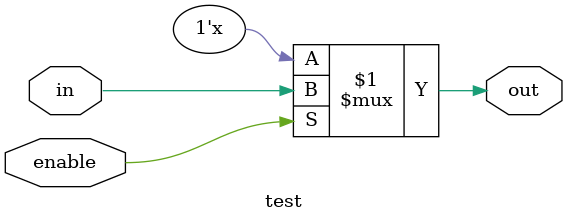
<source format=v>
module test(input in, enable, output out);
assign out = enable ? in : 1'bz;
endmodule

</source>
